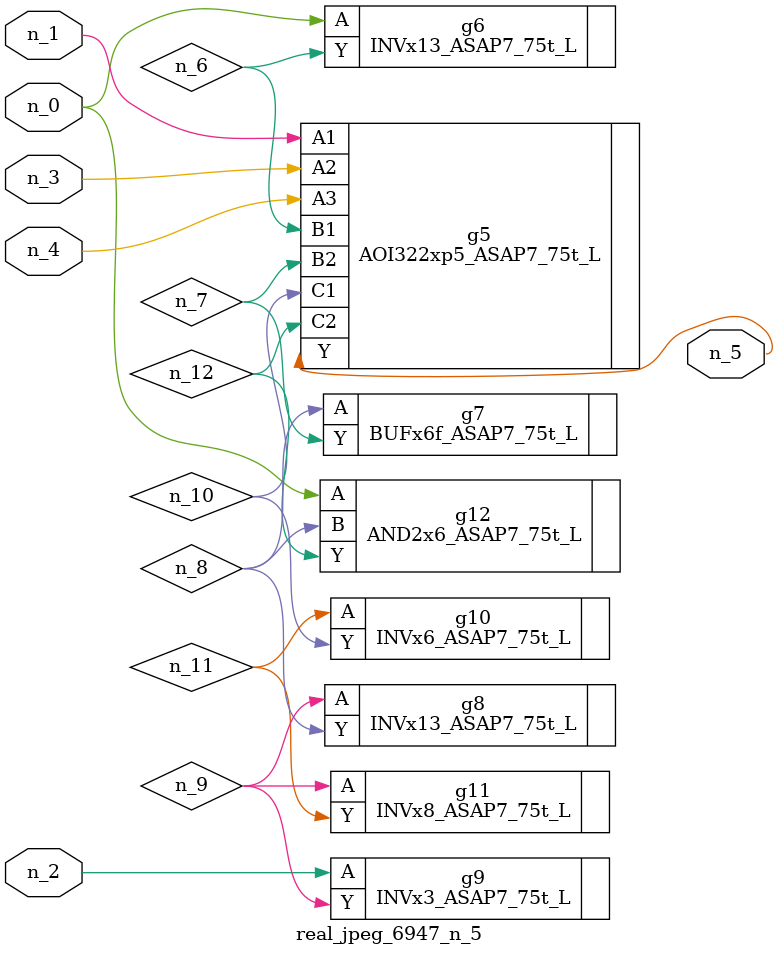
<source format=v>
module real_jpeg_6947_n_5 (n_4, n_0, n_1, n_2, n_3, n_5);

input n_4;
input n_0;
input n_1;
input n_2;
input n_3;

output n_5;

wire n_12;
wire n_8;
wire n_11;
wire n_6;
wire n_7;
wire n_10;
wire n_9;

INVx13_ASAP7_75t_L g6 ( 
.A(n_0),
.Y(n_6)
);

AND2x6_ASAP7_75t_L g12 ( 
.A(n_0),
.B(n_8),
.Y(n_12)
);

AOI322xp5_ASAP7_75t_L g5 ( 
.A1(n_1),
.A2(n_3),
.A3(n_4),
.B1(n_6),
.B2(n_7),
.C1(n_10),
.C2(n_12),
.Y(n_5)
);

INVx3_ASAP7_75t_L g9 ( 
.A(n_2),
.Y(n_9)
);

BUFx6f_ASAP7_75t_L g7 ( 
.A(n_8),
.Y(n_7)
);

INVx13_ASAP7_75t_L g8 ( 
.A(n_9),
.Y(n_8)
);

INVx8_ASAP7_75t_L g11 ( 
.A(n_9),
.Y(n_11)
);

INVx6_ASAP7_75t_L g10 ( 
.A(n_11),
.Y(n_10)
);


endmodule
</source>
